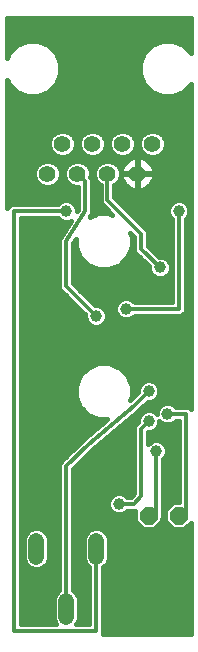
<source format=gbl>
G75*
%MOIN*%
%OFA0B0*%
%FSLAX24Y24*%
%IPPOS*%
%LPD*%
%AMOC8*
5,1,8,0,0,1.08239X$1,22.5*
%
%ADD10C,0.0554*%
%ADD11C,0.0520*%
%ADD12OC8,0.0594*%
%ADD13C,0.0160*%
%ADD14C,0.0396*%
%ADD15C,0.0140*%
D10*
X001805Y015805D03*
X002805Y015805D03*
X003805Y015805D03*
X004805Y015805D03*
X004305Y016805D03*
X005305Y016805D03*
X003305Y016805D03*
X002305Y016805D03*
D11*
X001430Y003565D02*
X001430Y003045D01*
X002430Y001565D02*
X002430Y001045D01*
X003430Y003045D02*
X003430Y003565D01*
D12*
X005180Y004405D03*
X006180Y004405D03*
D13*
X006564Y004143D02*
X006586Y004143D01*
X006586Y004165D02*
X006586Y000460D01*
X003660Y000460D01*
X003660Y002686D01*
X003668Y002689D01*
X003786Y002807D01*
X003850Y002961D01*
X003850Y003649D01*
X003786Y003803D01*
X003668Y003921D01*
X003514Y003985D01*
X003346Y003985D01*
X003192Y003921D01*
X003074Y003803D01*
X003010Y003649D01*
X003010Y002961D01*
X003074Y002807D01*
X003192Y002689D01*
X003200Y002686D01*
X003200Y000785D01*
X002764Y000785D01*
X002786Y000807D01*
X002850Y000961D01*
X002850Y001649D01*
X002786Y001803D01*
X002668Y001921D01*
X002660Y001924D01*
X002660Y005960D01*
X003335Y006635D01*
X004763Y007825D01*
X004775Y007825D01*
X004835Y007885D01*
X004900Y007939D01*
X004902Y007951D01*
X005147Y008197D01*
X005251Y008197D01*
X005383Y008251D01*
X005484Y008352D01*
X005538Y008484D01*
X005538Y008626D01*
X005484Y008758D01*
X005383Y008859D01*
X005251Y008913D01*
X005109Y008913D01*
X004977Y008859D01*
X004876Y008758D01*
X004822Y008626D01*
X004822Y008522D01*
X004568Y008268D01*
X004610Y008370D01*
X004610Y008740D01*
X004468Y009082D01*
X004207Y009343D01*
X003865Y009485D01*
X003495Y009485D01*
X003153Y009343D01*
X002892Y009082D01*
X002750Y008740D01*
X002750Y008370D01*
X002892Y008028D01*
X003153Y007767D01*
X003495Y007625D01*
X003805Y007625D01*
X003097Y007035D01*
X003085Y007035D01*
X003025Y006975D01*
X002960Y006921D01*
X002958Y006909D01*
X002335Y006285D01*
X002200Y006150D01*
X002200Y001924D01*
X002192Y001921D01*
X002074Y001803D01*
X002010Y001649D01*
X002010Y000961D01*
X002074Y000807D01*
X002096Y000785D01*
X000910Y000785D01*
X000910Y014325D01*
X002154Y014325D01*
X002227Y014251D01*
X002359Y014197D01*
X002501Y014197D01*
X002580Y014230D01*
X002249Y013699D01*
X002200Y013650D01*
X002200Y013621D01*
X002184Y013596D01*
X002200Y013529D01*
X002200Y011960D01*
X003072Y011088D01*
X003072Y010984D01*
X003126Y010852D01*
X003227Y010751D01*
X003359Y010697D01*
X003501Y010697D01*
X003633Y010751D01*
X003734Y010852D01*
X003788Y010984D01*
X003788Y011126D01*
X003734Y011258D01*
X003633Y011359D01*
X003501Y011413D01*
X003397Y011413D01*
X002660Y012150D01*
X002660Y013489D01*
X002750Y013633D01*
X002750Y013370D01*
X002892Y013028D01*
X003153Y012767D01*
X003495Y012625D01*
X003865Y012625D01*
X004207Y012767D01*
X004468Y013028D01*
X004610Y013370D01*
X004610Y013740D01*
X004568Y013842D01*
X004700Y013710D01*
X004700Y013210D01*
X004835Y013075D01*
X005197Y012713D01*
X005197Y012609D01*
X005251Y012477D01*
X005352Y012376D01*
X005484Y012322D01*
X005626Y012322D01*
X005758Y012376D01*
X005859Y012477D01*
X005913Y012609D01*
X005913Y012751D01*
X005859Y012883D01*
X005758Y012984D01*
X005626Y013038D01*
X005522Y013038D01*
X005160Y013400D01*
X005160Y013900D01*
X005025Y014035D01*
X004035Y015025D01*
X004035Y015427D01*
X004053Y015434D01*
X004176Y015557D01*
X004242Y015718D01*
X004242Y015892D01*
X004176Y016053D01*
X004053Y016176D01*
X003892Y016242D01*
X003718Y016242D01*
X003557Y016176D01*
X003434Y016053D01*
X003368Y015892D01*
X003368Y015718D01*
X003434Y015557D01*
X003557Y015434D01*
X003575Y015427D01*
X003575Y014835D01*
X003967Y014443D01*
X003865Y014485D01*
X003495Y014485D01*
X003208Y014366D01*
X003236Y014411D01*
X003285Y014460D01*
X003285Y014489D01*
X003301Y014514D01*
X003285Y014581D01*
X003285Y015650D01*
X003235Y015700D01*
X003242Y015718D01*
X003242Y015892D01*
X003176Y016053D01*
X003053Y016176D01*
X002892Y016242D01*
X002718Y016242D01*
X002557Y016176D01*
X002434Y016053D01*
X002368Y015892D01*
X002368Y015718D01*
X002434Y015557D01*
X002557Y015434D01*
X002718Y015368D01*
X002825Y015368D01*
X002825Y014621D01*
X002788Y014562D01*
X002788Y014626D01*
X002734Y014758D01*
X002633Y014859D01*
X002501Y014913D01*
X002359Y014913D01*
X002227Y014859D01*
X002154Y014785D01*
X000585Y014785D01*
X000460Y014660D01*
X000460Y018941D01*
X000525Y018784D01*
X000784Y018525D01*
X001122Y018385D01*
X001488Y018385D01*
X001826Y018525D01*
X002085Y018784D01*
X002225Y019122D01*
X002225Y019488D01*
X002085Y019826D01*
X001826Y020085D01*
X001488Y020225D01*
X001122Y020225D01*
X000784Y020085D01*
X000525Y019826D01*
X000460Y019669D01*
X000460Y021011D01*
X006586Y021011D01*
X006586Y019824D01*
X006585Y019826D01*
X006326Y020085D01*
X005988Y020225D01*
X005622Y020225D01*
X005284Y020085D01*
X005025Y019826D01*
X004885Y019488D01*
X004885Y019122D01*
X005025Y018784D01*
X005284Y018525D01*
X005622Y018385D01*
X005988Y018385D01*
X006326Y018525D01*
X006585Y018784D01*
X006586Y018786D01*
X006586Y007974D01*
X006525Y008035D01*
X006081Y008035D01*
X006008Y008109D01*
X005876Y008163D01*
X005734Y008163D01*
X005602Y008109D01*
X005501Y008008D01*
X005447Y007876D01*
X005447Y007795D01*
X005383Y007859D01*
X005251Y007913D01*
X005109Y007913D01*
X004977Y007859D01*
X004876Y007758D01*
X004822Y007626D01*
X004822Y007522D01*
X004700Y007400D01*
X004700Y005150D01*
X004585Y005035D01*
X004456Y005035D01*
X004383Y005109D01*
X004251Y005163D01*
X004109Y005163D01*
X003977Y005109D01*
X003876Y005008D01*
X003822Y004876D01*
X003822Y004734D01*
X003876Y004602D01*
X003977Y004501D01*
X004109Y004447D01*
X004251Y004447D01*
X004383Y004501D01*
X004456Y004575D01*
X004723Y004575D01*
X004723Y004216D01*
X004991Y003948D01*
X005369Y003948D01*
X005637Y004216D01*
X005637Y004287D01*
X005660Y004310D01*
X005660Y006279D01*
X005734Y006352D01*
X005788Y006484D01*
X005788Y006626D01*
X005734Y006758D01*
X005633Y006859D01*
X005501Y006913D01*
X005359Y006913D01*
X005227Y006859D01*
X005160Y006791D01*
X005160Y007197D01*
X005251Y007197D01*
X005383Y007251D01*
X005484Y007352D01*
X005538Y007484D01*
X005538Y007565D01*
X005602Y007501D01*
X005734Y007447D01*
X005876Y007447D01*
X006008Y007501D01*
X006081Y007575D01*
X006200Y007575D01*
X006200Y004862D01*
X005991Y004862D01*
X005723Y004594D01*
X005723Y004216D01*
X005991Y003948D01*
X006369Y003948D01*
X006586Y004165D01*
X006586Y003984D02*
X006405Y003984D01*
X006586Y003826D02*
X003763Y003826D01*
X003842Y003667D02*
X006586Y003667D01*
X006586Y003509D02*
X003850Y003509D01*
X003850Y003350D02*
X006586Y003350D01*
X006586Y003192D02*
X003850Y003192D01*
X003850Y003033D02*
X006586Y003033D01*
X006586Y002875D02*
X003814Y002875D01*
X003695Y002716D02*
X006586Y002716D01*
X006586Y002558D02*
X003660Y002558D01*
X003660Y002399D02*
X006586Y002399D01*
X006586Y002241D02*
X003660Y002241D01*
X003660Y002082D02*
X006586Y002082D01*
X006586Y001924D02*
X003660Y001924D01*
X003660Y001765D02*
X006586Y001765D01*
X006586Y001607D02*
X003660Y001607D01*
X003660Y001448D02*
X006586Y001448D01*
X006586Y001290D02*
X003660Y001290D01*
X003660Y001131D02*
X006586Y001131D01*
X006586Y000973D02*
X003660Y000973D01*
X003660Y000814D02*
X006586Y000814D01*
X006586Y000656D02*
X003660Y000656D01*
X003660Y000497D02*
X006586Y000497D01*
X003200Y000814D02*
X002789Y000814D01*
X002850Y000973D02*
X003200Y000973D01*
X003200Y001131D02*
X002850Y001131D01*
X002850Y001290D02*
X003200Y001290D01*
X003200Y001448D02*
X002850Y001448D01*
X002850Y001607D02*
X003200Y001607D01*
X003200Y001765D02*
X002802Y001765D01*
X002662Y001924D02*
X003200Y001924D01*
X003200Y002082D02*
X002660Y002082D01*
X002660Y002241D02*
X003200Y002241D01*
X003200Y002399D02*
X002660Y002399D01*
X002660Y002558D02*
X003200Y002558D01*
X003165Y002716D02*
X002660Y002716D01*
X002660Y002875D02*
X003046Y002875D01*
X003010Y003033D02*
X002660Y003033D01*
X002660Y003192D02*
X003010Y003192D01*
X003010Y003350D02*
X002660Y003350D01*
X002660Y003509D02*
X003010Y003509D01*
X003018Y003667D02*
X002660Y003667D01*
X002660Y003826D02*
X003097Y003826D01*
X003344Y003984D02*
X002660Y003984D01*
X002660Y004143D02*
X004796Y004143D01*
X004723Y004301D02*
X002660Y004301D01*
X002660Y004460D02*
X004078Y004460D01*
X004282Y004460D02*
X004723Y004460D01*
X004955Y003984D02*
X003516Y003984D01*
X003870Y004618D02*
X002660Y004618D01*
X002660Y004777D02*
X003822Y004777D01*
X003846Y004935D02*
X002660Y004935D01*
X002660Y005094D02*
X003962Y005094D01*
X004398Y005094D02*
X004643Y005094D01*
X004700Y005252D02*
X002660Y005252D01*
X002660Y005411D02*
X004700Y005411D01*
X004700Y005569D02*
X002660Y005569D01*
X002660Y005728D02*
X004700Y005728D01*
X004700Y005886D02*
X002660Y005886D01*
X002745Y006045D02*
X004700Y006045D01*
X004700Y006203D02*
X002903Y006203D01*
X003062Y006362D02*
X004700Y006362D01*
X004700Y006520D02*
X003220Y006520D01*
X003387Y006679D02*
X004700Y006679D01*
X004700Y006837D02*
X003578Y006837D01*
X003768Y006996D02*
X004700Y006996D01*
X004700Y007154D02*
X003958Y007154D01*
X004148Y007313D02*
X004700Y007313D01*
X004771Y007471D02*
X004338Y007471D01*
X004529Y007630D02*
X004823Y007630D01*
X004907Y007788D02*
X004719Y007788D01*
X004901Y007947D02*
X005476Y007947D01*
X005599Y008105D02*
X005055Y008105D01*
X005395Y008264D02*
X006586Y008264D01*
X006586Y008422D02*
X005513Y008422D01*
X005538Y008581D02*
X006586Y008581D01*
X006586Y008739D02*
X005491Y008739D01*
X005289Y008898D02*
X006586Y008898D01*
X006586Y009056D02*
X004479Y009056D01*
X004545Y008898D02*
X005071Y008898D01*
X004869Y008739D02*
X004610Y008739D01*
X004610Y008581D02*
X004822Y008581D01*
X004722Y008422D02*
X004610Y008422D01*
X004336Y009215D02*
X006586Y009215D01*
X006586Y009373D02*
X004135Y009373D01*
X003225Y009373D02*
X000910Y009373D01*
X000910Y009215D02*
X003024Y009215D01*
X002881Y009056D02*
X000910Y009056D01*
X000910Y008898D02*
X002815Y008898D01*
X002750Y008739D02*
X000910Y008739D01*
X000910Y008581D02*
X002750Y008581D01*
X002750Y008422D02*
X000910Y008422D01*
X000910Y008264D02*
X002794Y008264D01*
X002860Y008105D02*
X000910Y008105D01*
X000910Y007947D02*
X002973Y007947D01*
X003132Y007788D02*
X000910Y007788D01*
X000910Y007630D02*
X003484Y007630D01*
X003620Y007471D02*
X000910Y007471D01*
X000910Y007313D02*
X003430Y007313D01*
X003240Y007154D02*
X000910Y007154D01*
X000910Y006996D02*
X003045Y006996D01*
X002887Y006837D02*
X000910Y006837D01*
X000910Y006679D02*
X002728Y006679D01*
X002570Y006520D02*
X000910Y006520D01*
X000910Y006362D02*
X002411Y006362D01*
X002253Y006203D02*
X000910Y006203D01*
X000910Y006045D02*
X002200Y006045D01*
X002200Y005886D02*
X000910Y005886D01*
X000910Y005728D02*
X002200Y005728D01*
X002200Y005569D02*
X000910Y005569D01*
X000910Y005411D02*
X002200Y005411D01*
X002200Y005252D02*
X000910Y005252D01*
X000910Y005094D02*
X002200Y005094D01*
X002200Y004935D02*
X000910Y004935D01*
X000910Y004777D02*
X002200Y004777D01*
X002200Y004618D02*
X000910Y004618D01*
X000910Y004460D02*
X002200Y004460D01*
X002200Y004301D02*
X000910Y004301D01*
X000910Y004143D02*
X002200Y004143D01*
X002200Y003984D02*
X001516Y003984D01*
X001514Y003985D02*
X001668Y003921D01*
X001786Y003803D01*
X001850Y003649D01*
X001850Y002961D01*
X001786Y002807D01*
X001668Y002689D01*
X001514Y002625D01*
X001346Y002625D01*
X001192Y002689D01*
X001074Y002807D01*
X001010Y002961D01*
X001010Y003649D01*
X001074Y003803D01*
X001192Y003921D01*
X001346Y003985D01*
X001514Y003985D01*
X001344Y003984D02*
X000910Y003984D01*
X000910Y003826D02*
X001097Y003826D01*
X001018Y003667D02*
X000910Y003667D01*
X000910Y003509D02*
X001010Y003509D01*
X001010Y003350D02*
X000910Y003350D01*
X000910Y003192D02*
X001010Y003192D01*
X001010Y003033D02*
X000910Y003033D01*
X000910Y002875D02*
X001046Y002875D01*
X001165Y002716D02*
X000910Y002716D01*
X000910Y002558D02*
X002200Y002558D01*
X002200Y002716D02*
X001695Y002716D01*
X001814Y002875D02*
X002200Y002875D01*
X002200Y003033D02*
X001850Y003033D01*
X001850Y003192D02*
X002200Y003192D01*
X002200Y003350D02*
X001850Y003350D01*
X001850Y003509D02*
X002200Y003509D01*
X002200Y003667D02*
X001842Y003667D01*
X001763Y003826D02*
X002200Y003826D01*
X002200Y002399D02*
X000910Y002399D01*
X000910Y002241D02*
X002200Y002241D01*
X002200Y002082D02*
X000910Y002082D01*
X000910Y001924D02*
X002198Y001924D01*
X002058Y001765D02*
X000910Y001765D01*
X000910Y001607D02*
X002010Y001607D01*
X002010Y001448D02*
X000910Y001448D01*
X000910Y001290D02*
X002010Y001290D01*
X002010Y001131D02*
X000910Y001131D01*
X000910Y000973D02*
X002010Y000973D01*
X002071Y000814D02*
X000910Y000814D01*
X005405Y003984D02*
X005955Y003984D01*
X005796Y004143D02*
X005564Y004143D01*
X005651Y004301D02*
X005723Y004301D01*
X005723Y004460D02*
X005660Y004460D01*
X005660Y004618D02*
X005747Y004618D01*
X005660Y004777D02*
X005905Y004777D01*
X005660Y004935D02*
X006200Y004935D01*
X006200Y005094D02*
X005660Y005094D01*
X005660Y005252D02*
X006200Y005252D01*
X006200Y005411D02*
X005660Y005411D01*
X005660Y005569D02*
X006200Y005569D01*
X006200Y005728D02*
X005660Y005728D01*
X005660Y005886D02*
X006200Y005886D01*
X006200Y006045D02*
X005660Y006045D01*
X005660Y006203D02*
X006200Y006203D01*
X006200Y006362D02*
X005737Y006362D01*
X005788Y006520D02*
X006200Y006520D01*
X006200Y006679D02*
X005766Y006679D01*
X005654Y006837D02*
X006200Y006837D01*
X006200Y006996D02*
X005160Y006996D01*
X005160Y007154D02*
X006200Y007154D01*
X006200Y007313D02*
X005444Y007313D01*
X005533Y007471D02*
X005676Y007471D01*
X005934Y007471D02*
X006200Y007471D01*
X006011Y008105D02*
X006586Y008105D01*
X005206Y006837D02*
X005160Y006837D01*
X006586Y009532D02*
X000910Y009532D01*
X000910Y009690D02*
X006586Y009690D01*
X006586Y009849D02*
X000910Y009849D01*
X000910Y010007D02*
X006586Y010007D01*
X006586Y010166D02*
X000910Y010166D01*
X000910Y010324D02*
X006586Y010324D01*
X006586Y010483D02*
X000910Y010483D01*
X000910Y010641D02*
X006586Y010641D01*
X006586Y010800D02*
X003681Y010800D01*
X003777Y010958D02*
X004332Y010958D01*
X004359Y010947D02*
X004501Y010947D01*
X004633Y011001D01*
X004706Y011075D01*
X006275Y011075D01*
X006410Y011210D01*
X006410Y014279D01*
X006484Y014352D01*
X006538Y014484D01*
X006538Y014626D01*
X006484Y014758D01*
X006383Y014859D01*
X006251Y014913D01*
X006109Y014913D01*
X005977Y014859D01*
X005876Y014758D01*
X005822Y014626D01*
X005822Y014484D01*
X005876Y014352D01*
X005950Y014279D01*
X005950Y011535D01*
X004706Y011535D01*
X004633Y011609D01*
X004501Y011663D01*
X004359Y011663D01*
X004227Y011609D01*
X004126Y011508D01*
X004072Y011376D01*
X004072Y011234D01*
X004126Y011102D01*
X004227Y011001D01*
X004359Y010947D01*
X004528Y010958D02*
X006586Y010958D01*
X006586Y011117D02*
X006317Y011117D01*
X006410Y011275D02*
X006586Y011275D01*
X006586Y011434D02*
X006410Y011434D01*
X006410Y011592D02*
X006586Y011592D01*
X006586Y011751D02*
X006410Y011751D01*
X006410Y011909D02*
X006586Y011909D01*
X006586Y012068D02*
X006410Y012068D01*
X006410Y012226D02*
X006586Y012226D01*
X006586Y012385D02*
X006410Y012385D01*
X006410Y012543D02*
X006586Y012543D01*
X006586Y012702D02*
X006410Y012702D01*
X006410Y012860D02*
X006586Y012860D01*
X006586Y013019D02*
X006410Y013019D01*
X006410Y013177D02*
X006586Y013177D01*
X006586Y013336D02*
X006410Y013336D01*
X006410Y013494D02*
X006586Y013494D01*
X006586Y013653D02*
X006410Y013653D01*
X006410Y013811D02*
X006586Y013811D01*
X006586Y013970D02*
X006410Y013970D01*
X006410Y014128D02*
X006586Y014128D01*
X006586Y014287D02*
X006418Y014287D01*
X006522Y014445D02*
X006586Y014445D01*
X006586Y014604D02*
X006538Y014604D01*
X006586Y014762D02*
X006479Y014762D01*
X006586Y014921D02*
X004140Y014921D01*
X004035Y015079D02*
X006586Y015079D01*
X006586Y015238D02*
X004035Y015238D01*
X004035Y015396D02*
X004426Y015396D01*
X004442Y015380D02*
X004513Y015328D01*
X004591Y015289D01*
X004675Y015262D01*
X004761Y015248D01*
X004796Y015248D01*
X004796Y015796D01*
X004814Y015796D01*
X004814Y015814D01*
X005362Y015814D01*
X005362Y015849D01*
X005348Y015935D01*
X005321Y016019D01*
X005282Y016097D01*
X005230Y016168D01*
X005168Y016230D01*
X005097Y016282D01*
X005019Y016321D01*
X004935Y016348D01*
X004849Y016362D01*
X004814Y016362D01*
X004814Y015814D01*
X004796Y015814D01*
X004796Y016362D01*
X004761Y016362D01*
X004675Y016348D01*
X004591Y016321D01*
X004513Y016282D01*
X004442Y016230D01*
X004380Y016168D01*
X004328Y016097D01*
X004289Y016019D01*
X004262Y015935D01*
X004248Y015849D01*
X004248Y015814D01*
X004796Y015814D01*
X004796Y015796D01*
X004248Y015796D01*
X004248Y015761D01*
X004262Y015675D01*
X004289Y015591D01*
X004328Y015513D01*
X004380Y015442D01*
X004442Y015380D01*
X004307Y015555D02*
X004173Y015555D01*
X004240Y015713D02*
X004255Y015713D01*
X004242Y015872D02*
X004251Y015872D01*
X004294Y016030D02*
X004185Y016030D01*
X004021Y016189D02*
X004401Y016189D01*
X004392Y016368D02*
X004218Y016368D01*
X004057Y016434D01*
X003934Y016557D01*
X003868Y016718D01*
X003868Y016892D01*
X003934Y017053D01*
X004057Y017176D01*
X004218Y017242D01*
X004392Y017242D01*
X004553Y017176D01*
X004676Y017053D01*
X004742Y016892D01*
X004742Y016718D01*
X004676Y016557D01*
X004553Y016434D01*
X004392Y016368D01*
X004624Y016506D02*
X004986Y016506D01*
X004934Y016557D02*
X005057Y016434D01*
X005218Y016368D01*
X005392Y016368D01*
X005553Y016434D01*
X005676Y016557D01*
X005742Y016718D01*
X005742Y016892D01*
X005676Y017053D01*
X005553Y017176D01*
X005392Y017242D01*
X005218Y017242D01*
X005057Y017176D01*
X004934Y017053D01*
X004868Y016892D01*
X004868Y016718D01*
X004934Y016557D01*
X004890Y016664D02*
X004720Y016664D01*
X004742Y016823D02*
X004868Y016823D01*
X004905Y016981D02*
X004705Y016981D01*
X004589Y017140D02*
X005021Y017140D01*
X005589Y017140D02*
X006586Y017140D01*
X006586Y017298D02*
X000460Y017298D01*
X000460Y017140D02*
X002021Y017140D01*
X002057Y017176D02*
X001934Y017053D01*
X001868Y016892D01*
X001868Y016718D01*
X001934Y016557D01*
X002057Y016434D01*
X002218Y016368D01*
X002392Y016368D01*
X002553Y016434D01*
X002676Y016557D01*
X002742Y016718D01*
X002742Y016892D01*
X002676Y017053D01*
X002553Y017176D01*
X002392Y017242D01*
X002218Y017242D01*
X002057Y017176D01*
X001905Y016981D02*
X000460Y016981D01*
X000460Y016823D02*
X001868Y016823D01*
X001890Y016664D02*
X000460Y016664D01*
X000460Y016506D02*
X001986Y016506D01*
X001892Y016242D02*
X001718Y016242D01*
X001557Y016176D01*
X001434Y016053D01*
X001368Y015892D01*
X001368Y015718D01*
X001434Y015557D01*
X001557Y015434D01*
X001718Y015368D01*
X001892Y015368D01*
X002053Y015434D01*
X002176Y015557D01*
X002242Y015718D01*
X002242Y015892D01*
X002176Y016053D01*
X002053Y016176D01*
X001892Y016242D01*
X002021Y016189D02*
X002589Y016189D01*
X002425Y016030D02*
X002185Y016030D01*
X002242Y015872D02*
X002368Y015872D01*
X002370Y015713D02*
X002240Y015713D01*
X002173Y015555D02*
X002437Y015555D01*
X002650Y015396D02*
X001960Y015396D01*
X001650Y015396D02*
X000460Y015396D01*
X000460Y015238D02*
X002825Y015238D01*
X002825Y015079D02*
X000460Y015079D01*
X000460Y014921D02*
X002825Y014921D01*
X002825Y014762D02*
X002729Y014762D01*
X002788Y014604D02*
X002814Y014604D01*
X003285Y014604D02*
X003806Y014604D01*
X003961Y014445D02*
X003965Y014445D01*
X004457Y014604D02*
X005822Y014604D01*
X005838Y014445D02*
X004615Y014445D01*
X004774Y014287D02*
X005942Y014287D01*
X005950Y014128D02*
X004932Y014128D01*
X005091Y013970D02*
X005950Y013970D01*
X005950Y013811D02*
X005160Y013811D01*
X005160Y013653D02*
X005950Y013653D01*
X005950Y013494D02*
X005160Y013494D01*
X005225Y013336D02*
X005950Y013336D01*
X005950Y013177D02*
X005383Y013177D01*
X005674Y013019D02*
X005950Y013019D01*
X005950Y012860D02*
X005868Y012860D01*
X005913Y012702D02*
X005950Y012702D01*
X005950Y012543D02*
X005886Y012543D01*
X005950Y012385D02*
X005766Y012385D01*
X005950Y012226D02*
X002660Y012226D01*
X002660Y012385D02*
X005344Y012385D01*
X005224Y012543D02*
X002660Y012543D01*
X002660Y012702D02*
X003310Y012702D01*
X003060Y012860D02*
X002660Y012860D01*
X002660Y013019D02*
X002901Y013019D01*
X002830Y013177D02*
X002660Y013177D01*
X002660Y013336D02*
X002764Y013336D01*
X002750Y013494D02*
X002663Y013494D01*
X002200Y013494D02*
X000910Y013494D01*
X000910Y013336D02*
X002200Y013336D01*
X002200Y013177D02*
X000910Y013177D01*
X000910Y013019D02*
X002200Y013019D01*
X002200Y012860D02*
X000910Y012860D01*
X000910Y012702D02*
X002200Y012702D01*
X002200Y012543D02*
X000910Y012543D01*
X000910Y012385D02*
X002200Y012385D01*
X002200Y012226D02*
X000910Y012226D01*
X000910Y012068D02*
X002200Y012068D01*
X002251Y011909D02*
X000910Y011909D01*
X000910Y011751D02*
X002409Y011751D01*
X002568Y011592D02*
X000910Y011592D01*
X000910Y011434D02*
X002726Y011434D01*
X002885Y011275D02*
X000910Y011275D01*
X000910Y011117D02*
X003043Y011117D01*
X003083Y010958D02*
X000910Y010958D01*
X000910Y010800D02*
X003179Y010800D01*
X003788Y011117D02*
X004120Y011117D01*
X004072Y011275D02*
X003716Y011275D01*
X003377Y011434D02*
X004096Y011434D01*
X004211Y011592D02*
X003218Y011592D01*
X003060Y011751D02*
X005950Y011751D01*
X005950Y011909D02*
X002901Y011909D01*
X002743Y012068D02*
X005950Y012068D01*
X005950Y011592D02*
X004649Y011592D01*
X005197Y012702D02*
X004050Y012702D01*
X004300Y012860D02*
X005050Y012860D01*
X004891Y013019D02*
X004459Y013019D01*
X004530Y013177D02*
X004733Y013177D01*
X004835Y013075D02*
X004835Y013075D01*
X004700Y013336D02*
X004596Y013336D01*
X004610Y013494D02*
X004700Y013494D01*
X004700Y013653D02*
X004610Y013653D01*
X004599Y013811D02*
X004581Y013811D01*
X003398Y014445D02*
X003270Y014445D01*
X003285Y014762D02*
X003648Y014762D01*
X003575Y014921D02*
X003285Y014921D01*
X003285Y015079D02*
X003575Y015079D01*
X003575Y015238D02*
X003285Y015238D01*
X003285Y015396D02*
X003575Y015396D01*
X003437Y015555D02*
X003285Y015555D01*
X003240Y015713D02*
X003370Y015713D01*
X003368Y015872D02*
X003242Y015872D01*
X003185Y016030D02*
X003425Y016030D01*
X003589Y016189D02*
X003021Y016189D01*
X003057Y016434D02*
X003218Y016368D01*
X003392Y016368D01*
X003553Y016434D01*
X003676Y016557D01*
X003742Y016718D01*
X003742Y016892D01*
X003676Y017053D01*
X003553Y017176D01*
X003392Y017242D01*
X003218Y017242D01*
X003057Y017176D01*
X002934Y017053D01*
X002868Y016892D01*
X002868Y016718D01*
X002934Y016557D01*
X003057Y016434D01*
X002986Y016506D02*
X002624Y016506D01*
X002720Y016664D02*
X002890Y016664D01*
X002868Y016823D02*
X002742Y016823D01*
X002705Y016981D02*
X002905Y016981D01*
X003021Y017140D02*
X002589Y017140D01*
X003589Y017140D02*
X004021Y017140D01*
X003905Y016981D02*
X003705Y016981D01*
X003742Y016823D02*
X003868Y016823D01*
X003890Y016664D02*
X003720Y016664D01*
X003624Y016506D02*
X003986Y016506D01*
X004670Y016347D02*
X000460Y016347D01*
X000460Y016189D02*
X001589Y016189D01*
X001425Y016030D02*
X000460Y016030D01*
X000460Y015872D02*
X001368Y015872D01*
X001370Y015713D02*
X000460Y015713D01*
X000460Y015555D02*
X001437Y015555D01*
X000562Y014762D02*
X000460Y014762D01*
X000910Y014287D02*
X002192Y014287D01*
X002517Y014128D02*
X000910Y014128D01*
X000910Y013970D02*
X002418Y013970D01*
X002319Y013811D02*
X000910Y013811D01*
X000910Y013653D02*
X002202Y013653D01*
X004298Y014762D02*
X005881Y014762D01*
X005230Y015442D02*
X005282Y015513D01*
X005321Y015591D01*
X005348Y015675D01*
X005362Y015761D01*
X005362Y015796D01*
X004814Y015796D01*
X004814Y015248D01*
X004849Y015248D01*
X004935Y015262D01*
X005019Y015289D01*
X005097Y015328D01*
X005168Y015380D01*
X005230Y015442D01*
X005184Y015396D02*
X006586Y015396D01*
X006586Y015555D02*
X005303Y015555D01*
X005355Y015713D02*
X006586Y015713D01*
X006586Y015872D02*
X005359Y015872D01*
X005316Y016030D02*
X006586Y016030D01*
X006586Y016189D02*
X005209Y016189D01*
X004940Y016347D02*
X006586Y016347D01*
X006586Y016506D02*
X005624Y016506D01*
X005720Y016664D02*
X006586Y016664D01*
X006586Y016823D02*
X005742Y016823D01*
X005705Y016981D02*
X006586Y016981D01*
X006586Y017457D02*
X000460Y017457D01*
X000460Y017615D02*
X006586Y017615D01*
X006586Y017774D02*
X000460Y017774D01*
X000460Y017932D02*
X006586Y017932D01*
X006586Y018091D02*
X000460Y018091D01*
X000460Y018249D02*
X006586Y018249D01*
X006586Y018408D02*
X006042Y018408D01*
X005568Y018408D02*
X001542Y018408D01*
X001867Y018566D02*
X005243Y018566D01*
X005084Y018725D02*
X002026Y018725D01*
X002126Y018883D02*
X004984Y018883D01*
X004918Y019042D02*
X002192Y019042D01*
X002225Y019200D02*
X004885Y019200D01*
X004885Y019359D02*
X002225Y019359D01*
X002213Y019517D02*
X004897Y019517D01*
X004963Y019676D02*
X002147Y019676D01*
X002077Y019834D02*
X005033Y019834D01*
X005191Y019993D02*
X001919Y019993D01*
X001667Y020151D02*
X005443Y020151D01*
X006167Y020151D02*
X006586Y020151D01*
X006586Y019993D02*
X006419Y019993D01*
X006577Y019834D02*
X006586Y019834D01*
X006586Y020310D02*
X000460Y020310D01*
X000460Y020468D02*
X006586Y020468D01*
X006586Y020627D02*
X000460Y020627D01*
X000460Y020785D02*
X006586Y020785D01*
X006586Y020944D02*
X000460Y020944D01*
X000460Y020151D02*
X000943Y020151D01*
X000691Y019993D02*
X000460Y019993D01*
X000460Y019834D02*
X000533Y019834D01*
X000463Y019676D02*
X000460Y019676D01*
X000460Y018883D02*
X000484Y018883D01*
X000460Y018725D02*
X000584Y018725D01*
X000460Y018566D02*
X000743Y018566D01*
X000460Y018408D02*
X001068Y018408D01*
X004796Y016347D02*
X004814Y016347D01*
X004814Y016189D02*
X004796Y016189D01*
X004796Y016030D02*
X004814Y016030D01*
X004814Y015872D02*
X004796Y015872D01*
X004796Y015713D02*
X004814Y015713D01*
X004814Y015555D02*
X004796Y015555D01*
X004796Y015396D02*
X004814Y015396D01*
X006367Y018566D02*
X006586Y018566D01*
X006586Y018725D02*
X006526Y018725D01*
D14*
X006180Y014555D03*
X005555Y012680D03*
X004430Y011305D03*
X003430Y011055D03*
X005180Y008555D03*
X005805Y007805D03*
X005180Y007555D03*
X005430Y006555D03*
X004180Y004805D03*
X005680Y002180D03*
X002430Y014555D03*
D15*
X003430Y000555D02*
X000680Y000555D01*
X000680Y011055D01*
X000680Y014555D01*
X002430Y014555D01*
X003055Y014555D02*
X003055Y015555D01*
X002805Y015805D01*
X003805Y015805D02*
X003805Y014930D01*
X004930Y013805D01*
X004930Y013305D01*
X005555Y012680D01*
X006180Y011305D02*
X004430Y011305D01*
X003430Y011055D02*
X002430Y012055D01*
X002430Y013555D01*
X003055Y014555D01*
X006180Y014555D02*
X006180Y011305D01*
X005180Y008555D02*
X004680Y008055D01*
X003180Y006805D01*
X002430Y006055D01*
X002430Y001305D01*
X003430Y000555D02*
X003430Y003305D01*
X005180Y004405D02*
X005430Y004405D01*
X005430Y006555D01*
X004930Y007305D02*
X005180Y007555D01*
X004930Y007305D02*
X004930Y005055D01*
X004680Y004805D01*
X004180Y004805D01*
X006180Y004555D02*
X006180Y004405D01*
X006180Y004555D02*
X006430Y004555D01*
X006430Y007805D01*
X005805Y007805D01*
M02*

</source>
